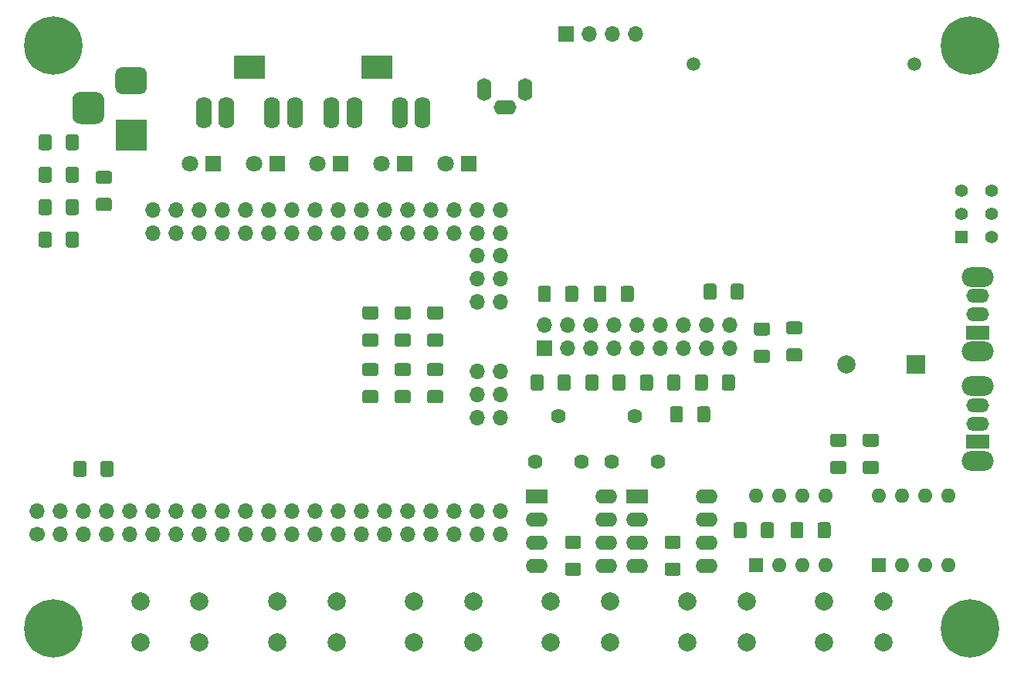
<source format=gbs>
G04 #@! TF.GenerationSoftware,KiCad,Pcbnew,(5.1.6)-1*
G04 #@! TF.CreationDate,2021-01-09T08:19:16+02:00*
G04 #@! TF.ProjectId,MegaDuino_PM_1_3_Buzz,4d656761-4475-4696-9e6f-5f504d5f315f,rev?*
G04 #@! TF.SameCoordinates,Original*
G04 #@! TF.FileFunction,Soldermask,Bot*
G04 #@! TF.FilePolarity,Negative*
%FSLAX46Y46*%
G04 Gerber Fmt 4.6, Leading zero omitted, Abs format (unit mm)*
G04 Created by KiCad (PCBNEW (5.1.6)-1) date 2021-01-09 08:19:16*
%MOMM*%
%LPD*%
G01*
G04 APERTURE LIST*
%ADD10O,3.500000X2.200000*%
%ADD11O,2.500000X1.500000*%
%ADD12R,2.500000X1.500000*%
%ADD13O,1.700000X1.700000*%
%ADD14C,1.700000*%
%ADD15C,1.800000*%
%ADD16R,1.800000X1.800000*%
%ADD17C,2.000000*%
%ADD18C,1.400000*%
%ADD19R,1.400000X1.400000*%
%ADD20O,1.600000X2.500000*%
%ADD21O,2.500000X1.600000*%
%ADD22R,1.700000X1.700000*%
%ADD23R,3.500000X2.500000*%
%ADD24O,1.750000X3.500000*%
%ADD25O,1.600000X1.600000*%
%ADD26R,1.600000X1.600000*%
%ADD27C,1.500000*%
%ADD28O,2.400000X1.600000*%
%ADD29R,2.400000X1.600000*%
%ADD30C,1.620000*%
%ADD31R,2.000000X2.000000*%
%ADD32C,0.800000*%
%ADD33C,6.400000*%
%ADD34R,3.500000X3.500000*%
G04 APERTURE END LIST*
D10*
X223800000Y-135400000D03*
X223800000Y-143600000D03*
D11*
X223800000Y-137500000D03*
X223800000Y-139500000D03*
D12*
X223800000Y-141500000D03*
D10*
X223800000Y-147400000D03*
X223800000Y-155600000D03*
D11*
X223800000Y-149500000D03*
X223800000Y-151500000D03*
D12*
X223800000Y-153500000D03*
G36*
G01*
X200038000Y-163820000D02*
X200038000Y-162570000D01*
G75*
G02*
X200288000Y-162320000I250000J0D01*
G01*
X201213000Y-162320000D01*
G75*
G02*
X201463000Y-162570000I0J-250000D01*
G01*
X201463000Y-163820000D01*
G75*
G02*
X201213000Y-164070000I-250000J0D01*
G01*
X200288000Y-164070000D01*
G75*
G02*
X200038000Y-163820000I0J250000D01*
G01*
G37*
G36*
G01*
X197063000Y-163820000D02*
X197063000Y-162570000D01*
G75*
G02*
X197313000Y-162320000I250000J0D01*
G01*
X198238000Y-162320000D01*
G75*
G02*
X198488000Y-162570000I0J-250000D01*
G01*
X198488000Y-163820000D01*
G75*
G02*
X198238000Y-164070000I-250000J0D01*
G01*
X197313000Y-164070000D01*
G75*
G02*
X197063000Y-163820000I0J250000D01*
G01*
G37*
G36*
G01*
X203083000Y-143269000D02*
X204333000Y-143269000D01*
G75*
G02*
X204583000Y-143519000I0J-250000D01*
G01*
X204583000Y-144444000D01*
G75*
G02*
X204333000Y-144694000I-250000J0D01*
G01*
X203083000Y-144694000D01*
G75*
G02*
X202833000Y-144444000I0J250000D01*
G01*
X202833000Y-143519000D01*
G75*
G02*
X203083000Y-143269000I250000J0D01*
G01*
G37*
G36*
G01*
X203083000Y-140294000D02*
X204333000Y-140294000D01*
G75*
G02*
X204583000Y-140544000I0J-250000D01*
G01*
X204583000Y-141469000D01*
G75*
G02*
X204333000Y-141719000I-250000J0D01*
G01*
X203083000Y-141719000D01*
G75*
G02*
X202833000Y-141469000I0J250000D01*
G01*
X202833000Y-140544000D01*
G75*
G02*
X203083000Y-140294000I250000J0D01*
G01*
G37*
G36*
G01*
X123838000Y-131943000D02*
X123838000Y-130693000D01*
G75*
G02*
X124088000Y-130443000I250000J0D01*
G01*
X125013000Y-130443000D01*
G75*
G02*
X125263000Y-130693000I0J-250000D01*
G01*
X125263000Y-131943000D01*
G75*
G02*
X125013000Y-132193000I-250000J0D01*
G01*
X124088000Y-132193000D01*
G75*
G02*
X123838000Y-131943000I0J250000D01*
G01*
G37*
G36*
G01*
X120863000Y-131943000D02*
X120863000Y-130693000D01*
G75*
G02*
X121113000Y-130443000I250000J0D01*
G01*
X122038000Y-130443000D01*
G75*
G02*
X122288000Y-130693000I0J-250000D01*
G01*
X122288000Y-131943000D01*
G75*
G02*
X122038000Y-132193000I-250000J0D01*
G01*
X121113000Y-132193000D01*
G75*
G02*
X120863000Y-131943000I0J250000D01*
G01*
G37*
G36*
G01*
X128641000Y-125209000D02*
X127391000Y-125209000D01*
G75*
G02*
X127141000Y-124959000I0J250000D01*
G01*
X127141000Y-124034000D01*
G75*
G02*
X127391000Y-123784000I250000J0D01*
G01*
X128641000Y-123784000D01*
G75*
G02*
X128891000Y-124034000I0J-250000D01*
G01*
X128891000Y-124959000D01*
G75*
G02*
X128641000Y-125209000I-250000J0D01*
G01*
G37*
G36*
G01*
X128641000Y-128184000D02*
X127391000Y-128184000D01*
G75*
G02*
X127141000Y-127934000I0J250000D01*
G01*
X127141000Y-127009000D01*
G75*
G02*
X127391000Y-126759000I250000J0D01*
G01*
X128641000Y-126759000D01*
G75*
G02*
X128891000Y-127009000I0J-250000D01*
G01*
X128891000Y-127934000D01*
G75*
G02*
X128641000Y-128184000I-250000J0D01*
G01*
G37*
G36*
G01*
X123838000Y-128387000D02*
X123838000Y-127137000D01*
G75*
G02*
X124088000Y-126887000I250000J0D01*
G01*
X125013000Y-126887000D01*
G75*
G02*
X125263000Y-127137000I0J-250000D01*
G01*
X125263000Y-128387000D01*
G75*
G02*
X125013000Y-128637000I-250000J0D01*
G01*
X124088000Y-128637000D01*
G75*
G02*
X123838000Y-128387000I0J250000D01*
G01*
G37*
G36*
G01*
X120863000Y-128387000D02*
X120863000Y-127137000D01*
G75*
G02*
X121113000Y-126887000I250000J0D01*
G01*
X122038000Y-126887000D01*
G75*
G02*
X122288000Y-127137000I0J-250000D01*
G01*
X122288000Y-128387000D01*
G75*
G02*
X122038000Y-128637000I-250000J0D01*
G01*
X121113000Y-128637000D01*
G75*
G02*
X120863000Y-128387000I0J250000D01*
G01*
G37*
G36*
G01*
X207909000Y-155588000D02*
X209159000Y-155588000D01*
G75*
G02*
X209409000Y-155838000I0J-250000D01*
G01*
X209409000Y-156763000D01*
G75*
G02*
X209159000Y-157013000I-250000J0D01*
G01*
X207909000Y-157013000D01*
G75*
G02*
X207659000Y-156763000I0J250000D01*
G01*
X207659000Y-155838000D01*
G75*
G02*
X207909000Y-155588000I250000J0D01*
G01*
G37*
G36*
G01*
X207909000Y-152613000D02*
X209159000Y-152613000D01*
G75*
G02*
X209409000Y-152863000I0J-250000D01*
G01*
X209409000Y-153788000D01*
G75*
G02*
X209159000Y-154038000I-250000J0D01*
G01*
X207909000Y-154038000D01*
G75*
G02*
X207659000Y-153788000I0J250000D01*
G01*
X207659000Y-152863000D01*
G75*
G02*
X207909000Y-152613000I250000J0D01*
G01*
G37*
G36*
G01*
X195775000Y-147625000D02*
X195775000Y-146375000D01*
G75*
G02*
X196025000Y-146125000I250000J0D01*
G01*
X196950000Y-146125000D01*
G75*
G02*
X197200000Y-146375000I0J-250000D01*
G01*
X197200000Y-147625000D01*
G75*
G02*
X196950000Y-147875000I-250000J0D01*
G01*
X196025000Y-147875000D01*
G75*
G02*
X195775000Y-147625000I0J250000D01*
G01*
G37*
G36*
G01*
X192800000Y-147625000D02*
X192800000Y-146375000D01*
G75*
G02*
X193050000Y-146125000I250000J0D01*
G01*
X193975000Y-146125000D01*
G75*
G02*
X194225000Y-146375000I0J-250000D01*
G01*
X194225000Y-147625000D01*
G75*
G02*
X193975000Y-147875000I-250000J0D01*
G01*
X193050000Y-147875000D01*
G75*
G02*
X192800000Y-147625000I0J250000D01*
G01*
G37*
G36*
G01*
X199527000Y-143396000D02*
X200777000Y-143396000D01*
G75*
G02*
X201027000Y-143646000I0J-250000D01*
G01*
X201027000Y-144571000D01*
G75*
G02*
X200777000Y-144821000I-250000J0D01*
G01*
X199527000Y-144821000D01*
G75*
G02*
X199277000Y-144571000I0J250000D01*
G01*
X199277000Y-143646000D01*
G75*
G02*
X199527000Y-143396000I250000J0D01*
G01*
G37*
G36*
G01*
X199527000Y-140421000D02*
X200777000Y-140421000D01*
G75*
G02*
X201027000Y-140671000I0J-250000D01*
G01*
X201027000Y-141596000D01*
G75*
G02*
X200777000Y-141846000I-250000J0D01*
G01*
X199527000Y-141846000D01*
G75*
G02*
X199277000Y-141596000I0J250000D01*
G01*
X199277000Y-140671000D01*
G75*
G02*
X199527000Y-140421000I250000J0D01*
G01*
G37*
G36*
G01*
X182225000Y-146375000D02*
X182225000Y-147625000D01*
G75*
G02*
X181975000Y-147875000I-250000J0D01*
G01*
X181050000Y-147875000D01*
G75*
G02*
X180800000Y-147625000I0J250000D01*
G01*
X180800000Y-146375000D01*
G75*
G02*
X181050000Y-146125000I250000J0D01*
G01*
X181975000Y-146125000D01*
G75*
G02*
X182225000Y-146375000I0J-250000D01*
G01*
G37*
G36*
G01*
X185200000Y-146375000D02*
X185200000Y-147625000D01*
G75*
G02*
X184950000Y-147875000I-250000J0D01*
G01*
X184025000Y-147875000D01*
G75*
G02*
X183775000Y-147625000I0J250000D01*
G01*
X183775000Y-146375000D01*
G75*
G02*
X184025000Y-146125000I250000J0D01*
G01*
X184950000Y-146125000D01*
G75*
G02*
X185200000Y-146375000I0J-250000D01*
G01*
G37*
G36*
G01*
X183121000Y-136662000D02*
X183121000Y-137912000D01*
G75*
G02*
X182871000Y-138162000I-250000J0D01*
G01*
X181946000Y-138162000D01*
G75*
G02*
X181696000Y-137912000I0J250000D01*
G01*
X181696000Y-136662000D01*
G75*
G02*
X181946000Y-136412000I250000J0D01*
G01*
X182871000Y-136412000D01*
G75*
G02*
X183121000Y-136662000I0J-250000D01*
G01*
G37*
G36*
G01*
X186096000Y-136662000D02*
X186096000Y-137912000D01*
G75*
G02*
X185846000Y-138162000I-250000J0D01*
G01*
X184921000Y-138162000D01*
G75*
G02*
X184671000Y-137912000I0J250000D01*
G01*
X184671000Y-136662000D01*
G75*
G02*
X184921000Y-136412000I250000J0D01*
G01*
X185846000Y-136412000D01*
G75*
G02*
X186096000Y-136662000I0J-250000D01*
G01*
G37*
G36*
G01*
X123838000Y-124831000D02*
X123838000Y-123581000D01*
G75*
G02*
X124088000Y-123331000I250000J0D01*
G01*
X125013000Y-123331000D01*
G75*
G02*
X125263000Y-123581000I0J-250000D01*
G01*
X125263000Y-124831000D01*
G75*
G02*
X125013000Y-125081000I-250000J0D01*
G01*
X124088000Y-125081000D01*
G75*
G02*
X123838000Y-124831000I0J250000D01*
G01*
G37*
G36*
G01*
X120863000Y-124831000D02*
X120863000Y-123581000D01*
G75*
G02*
X121113000Y-123331000I250000J0D01*
G01*
X122038000Y-123331000D01*
G75*
G02*
X122288000Y-123581000I0J-250000D01*
G01*
X122288000Y-124831000D01*
G75*
G02*
X122038000Y-125081000I-250000J0D01*
G01*
X121113000Y-125081000D01*
G75*
G02*
X120863000Y-124831000I0J250000D01*
G01*
G37*
G36*
G01*
X123838000Y-121275000D02*
X123838000Y-120025000D01*
G75*
G02*
X124088000Y-119775000I250000J0D01*
G01*
X125013000Y-119775000D01*
G75*
G02*
X125263000Y-120025000I0J-250000D01*
G01*
X125263000Y-121275000D01*
G75*
G02*
X125013000Y-121525000I-250000J0D01*
G01*
X124088000Y-121525000D01*
G75*
G02*
X123838000Y-121275000I0J250000D01*
G01*
G37*
G36*
G01*
X120863000Y-121275000D02*
X120863000Y-120025000D01*
G75*
G02*
X121113000Y-119775000I250000J0D01*
G01*
X122038000Y-119775000D01*
G75*
G02*
X122288000Y-120025000I0J-250000D01*
G01*
X122288000Y-121275000D01*
G75*
G02*
X122038000Y-121525000I-250000J0D01*
G01*
X121113000Y-121525000D01*
G75*
G02*
X120863000Y-121275000I0J250000D01*
G01*
G37*
G36*
G01*
X163713000Y-147841000D02*
X164963000Y-147841000D01*
G75*
G02*
X165213000Y-148091000I0J-250000D01*
G01*
X165213000Y-149016000D01*
G75*
G02*
X164963000Y-149266000I-250000J0D01*
G01*
X163713000Y-149266000D01*
G75*
G02*
X163463000Y-149016000I0J250000D01*
G01*
X163463000Y-148091000D01*
G75*
G02*
X163713000Y-147841000I250000J0D01*
G01*
G37*
G36*
G01*
X163713000Y-144866000D02*
X164963000Y-144866000D01*
G75*
G02*
X165213000Y-145116000I0J-250000D01*
G01*
X165213000Y-146041000D01*
G75*
G02*
X164963000Y-146291000I-250000J0D01*
G01*
X163713000Y-146291000D01*
G75*
G02*
X163463000Y-146041000I0J250000D01*
G01*
X163463000Y-145116000D01*
G75*
G02*
X163713000Y-144866000I250000J0D01*
G01*
G37*
G36*
G01*
X164963000Y-140068000D02*
X163713000Y-140068000D01*
G75*
G02*
X163463000Y-139818000I0J250000D01*
G01*
X163463000Y-138893000D01*
G75*
G02*
X163713000Y-138643000I250000J0D01*
G01*
X164963000Y-138643000D01*
G75*
G02*
X165213000Y-138893000I0J-250000D01*
G01*
X165213000Y-139818000D01*
G75*
G02*
X164963000Y-140068000I-250000J0D01*
G01*
G37*
G36*
G01*
X164963000Y-143043000D02*
X163713000Y-143043000D01*
G75*
G02*
X163463000Y-142793000I0J250000D01*
G01*
X163463000Y-141868000D01*
G75*
G02*
X163713000Y-141618000I250000J0D01*
G01*
X164963000Y-141618000D01*
G75*
G02*
X165213000Y-141868000I0J-250000D01*
G01*
X165213000Y-142793000D01*
G75*
G02*
X164963000Y-143043000I-250000J0D01*
G01*
G37*
G36*
G01*
X160157000Y-147841000D02*
X161407000Y-147841000D01*
G75*
G02*
X161657000Y-148091000I0J-250000D01*
G01*
X161657000Y-149016000D01*
G75*
G02*
X161407000Y-149266000I-250000J0D01*
G01*
X160157000Y-149266000D01*
G75*
G02*
X159907000Y-149016000I0J250000D01*
G01*
X159907000Y-148091000D01*
G75*
G02*
X160157000Y-147841000I250000J0D01*
G01*
G37*
G36*
G01*
X160157000Y-144866000D02*
X161407000Y-144866000D01*
G75*
G02*
X161657000Y-145116000I0J-250000D01*
G01*
X161657000Y-146041000D01*
G75*
G02*
X161407000Y-146291000I-250000J0D01*
G01*
X160157000Y-146291000D01*
G75*
G02*
X159907000Y-146041000I0J250000D01*
G01*
X159907000Y-145116000D01*
G75*
G02*
X160157000Y-144866000I250000J0D01*
G01*
G37*
G36*
G01*
X161407000Y-140068000D02*
X160157000Y-140068000D01*
G75*
G02*
X159907000Y-139818000I0J250000D01*
G01*
X159907000Y-138893000D01*
G75*
G02*
X160157000Y-138643000I250000J0D01*
G01*
X161407000Y-138643000D01*
G75*
G02*
X161657000Y-138893000I0J-250000D01*
G01*
X161657000Y-139818000D01*
G75*
G02*
X161407000Y-140068000I-250000J0D01*
G01*
G37*
G36*
G01*
X161407000Y-143043000D02*
X160157000Y-143043000D01*
G75*
G02*
X159907000Y-142793000I0J250000D01*
G01*
X159907000Y-141868000D01*
G75*
G02*
X160157000Y-141618000I250000J0D01*
G01*
X161407000Y-141618000D01*
G75*
G02*
X161657000Y-141868000I0J-250000D01*
G01*
X161657000Y-142793000D01*
G75*
G02*
X161407000Y-143043000I-250000J0D01*
G01*
G37*
G36*
G01*
X156601000Y-147841000D02*
X157851000Y-147841000D01*
G75*
G02*
X158101000Y-148091000I0J-250000D01*
G01*
X158101000Y-149016000D01*
G75*
G02*
X157851000Y-149266000I-250000J0D01*
G01*
X156601000Y-149266000D01*
G75*
G02*
X156351000Y-149016000I0J250000D01*
G01*
X156351000Y-148091000D01*
G75*
G02*
X156601000Y-147841000I250000J0D01*
G01*
G37*
G36*
G01*
X156601000Y-144866000D02*
X157851000Y-144866000D01*
G75*
G02*
X158101000Y-145116000I0J-250000D01*
G01*
X158101000Y-146041000D01*
G75*
G02*
X157851000Y-146291000I-250000J0D01*
G01*
X156601000Y-146291000D01*
G75*
G02*
X156351000Y-146041000I0J250000D01*
G01*
X156351000Y-145116000D01*
G75*
G02*
X156601000Y-144866000I250000J0D01*
G01*
G37*
G36*
G01*
X157851000Y-140068000D02*
X156601000Y-140068000D01*
G75*
G02*
X156351000Y-139818000I0J250000D01*
G01*
X156351000Y-138893000D01*
G75*
G02*
X156601000Y-138643000I250000J0D01*
G01*
X157851000Y-138643000D01*
G75*
G02*
X158101000Y-138893000I0J-250000D01*
G01*
X158101000Y-139818000D01*
G75*
G02*
X157851000Y-140068000I-250000J0D01*
G01*
G37*
G36*
G01*
X157851000Y-143043000D02*
X156601000Y-143043000D01*
G75*
G02*
X156351000Y-142793000I0J250000D01*
G01*
X156351000Y-141868000D01*
G75*
G02*
X156601000Y-141618000I250000J0D01*
G01*
X157851000Y-141618000D01*
G75*
G02*
X158101000Y-141868000I0J-250000D01*
G01*
X158101000Y-142793000D01*
G75*
G02*
X157851000Y-143043000I-250000J0D01*
G01*
G37*
G36*
G01*
X177025000Y-136662000D02*
X177025000Y-137912000D01*
G75*
G02*
X176775000Y-138162000I-250000J0D01*
G01*
X175850000Y-138162000D01*
G75*
G02*
X175600000Y-137912000I0J250000D01*
G01*
X175600000Y-136662000D01*
G75*
G02*
X175850000Y-136412000I250000J0D01*
G01*
X176775000Y-136412000D01*
G75*
G02*
X177025000Y-136662000I0J-250000D01*
G01*
G37*
G36*
G01*
X180000000Y-136662000D02*
X180000000Y-137912000D01*
G75*
G02*
X179750000Y-138162000I-250000J0D01*
G01*
X178825000Y-138162000D01*
G75*
G02*
X178575000Y-137912000I0J250000D01*
G01*
X178575000Y-136662000D01*
G75*
G02*
X178825000Y-136412000I250000J0D01*
G01*
X179750000Y-136412000D01*
G75*
G02*
X180000000Y-136662000I0J-250000D01*
G01*
G37*
G36*
G01*
X212715000Y-154038000D02*
X211465000Y-154038000D01*
G75*
G02*
X211215000Y-153788000I0J250000D01*
G01*
X211215000Y-152863000D01*
G75*
G02*
X211465000Y-152613000I250000J0D01*
G01*
X212715000Y-152613000D01*
G75*
G02*
X212965000Y-152863000I0J-250000D01*
G01*
X212965000Y-153788000D01*
G75*
G02*
X212715000Y-154038000I-250000J0D01*
G01*
G37*
G36*
G01*
X212715000Y-157013000D02*
X211465000Y-157013000D01*
G75*
G02*
X211215000Y-156763000I0J250000D01*
G01*
X211215000Y-155838000D01*
G75*
G02*
X211465000Y-155588000I250000J0D01*
G01*
X212715000Y-155588000D01*
G75*
G02*
X212965000Y-155838000I0J-250000D01*
G01*
X212965000Y-156763000D01*
G75*
G02*
X212715000Y-157013000I-250000J0D01*
G01*
G37*
G36*
G01*
X196736000Y-137658000D02*
X196736000Y-136408000D01*
G75*
G02*
X196986000Y-136158000I250000J0D01*
G01*
X197911000Y-136158000D01*
G75*
G02*
X198161000Y-136408000I0J-250000D01*
G01*
X198161000Y-137658000D01*
G75*
G02*
X197911000Y-137908000I-250000J0D01*
G01*
X196986000Y-137908000D01*
G75*
G02*
X196736000Y-137658000I0J250000D01*
G01*
G37*
G36*
G01*
X193761000Y-137658000D02*
X193761000Y-136408000D01*
G75*
G02*
X194011000Y-136158000I250000J0D01*
G01*
X194936000Y-136158000D01*
G75*
G02*
X195186000Y-136408000I0J-250000D01*
G01*
X195186000Y-137658000D01*
G75*
G02*
X194936000Y-137908000I-250000J0D01*
G01*
X194011000Y-137908000D01*
G75*
G02*
X193761000Y-137658000I0J250000D01*
G01*
G37*
G36*
G01*
X193053000Y-151120000D02*
X193053000Y-149870000D01*
G75*
G02*
X193303000Y-149620000I250000J0D01*
G01*
X194228000Y-149620000D01*
G75*
G02*
X194478000Y-149870000I0J-250000D01*
G01*
X194478000Y-151120000D01*
G75*
G02*
X194228000Y-151370000I-250000J0D01*
G01*
X193303000Y-151370000D01*
G75*
G02*
X193053000Y-151120000I0J250000D01*
G01*
G37*
G36*
G01*
X190078000Y-151120000D02*
X190078000Y-149870000D01*
G75*
G02*
X190328000Y-149620000I250000J0D01*
G01*
X191253000Y-149620000D01*
G75*
G02*
X191503000Y-149870000I0J-250000D01*
G01*
X191503000Y-151120000D01*
G75*
G02*
X191253000Y-151370000I-250000J0D01*
G01*
X190328000Y-151370000D01*
G75*
G02*
X190078000Y-151120000I0J250000D01*
G01*
G37*
G36*
G01*
X180076000Y-165214000D02*
X178826000Y-165214000D01*
G75*
G02*
X178576000Y-164964000I0J250000D01*
G01*
X178576000Y-164039000D01*
G75*
G02*
X178826000Y-163789000I250000J0D01*
G01*
X180076000Y-163789000D01*
G75*
G02*
X180326000Y-164039000I0J-250000D01*
G01*
X180326000Y-164964000D01*
G75*
G02*
X180076000Y-165214000I-250000J0D01*
G01*
G37*
G36*
G01*
X180076000Y-168189000D02*
X178826000Y-168189000D01*
G75*
G02*
X178576000Y-167939000I0J250000D01*
G01*
X178576000Y-167014000D01*
G75*
G02*
X178826000Y-166764000I250000J0D01*
G01*
X180076000Y-166764000D01*
G75*
G02*
X180326000Y-167014000I0J-250000D01*
G01*
X180326000Y-167939000D01*
G75*
G02*
X180076000Y-168189000I-250000J0D01*
G01*
G37*
G36*
G01*
X206261000Y-163820000D02*
X206261000Y-162570000D01*
G75*
G02*
X206511000Y-162320000I250000J0D01*
G01*
X207436000Y-162320000D01*
G75*
G02*
X207686000Y-162570000I0J-250000D01*
G01*
X207686000Y-163820000D01*
G75*
G02*
X207436000Y-164070000I-250000J0D01*
G01*
X206511000Y-164070000D01*
G75*
G02*
X206261000Y-163820000I0J250000D01*
G01*
G37*
G36*
G01*
X203286000Y-163820000D02*
X203286000Y-162570000D01*
G75*
G02*
X203536000Y-162320000I250000J0D01*
G01*
X204461000Y-162320000D01*
G75*
G02*
X204711000Y-162570000I0J-250000D01*
G01*
X204711000Y-163820000D01*
G75*
G02*
X204461000Y-164070000I-250000J0D01*
G01*
X203536000Y-164070000D01*
G75*
G02*
X203286000Y-163820000I0J250000D01*
G01*
G37*
G36*
G01*
X189775000Y-147625000D02*
X189775000Y-146375000D01*
G75*
G02*
X190025000Y-146125000I250000J0D01*
G01*
X190950000Y-146125000D01*
G75*
G02*
X191200000Y-146375000I0J-250000D01*
G01*
X191200000Y-147625000D01*
G75*
G02*
X190950000Y-147875000I-250000J0D01*
G01*
X190025000Y-147875000D01*
G75*
G02*
X189775000Y-147625000I0J250000D01*
G01*
G37*
G36*
G01*
X186800000Y-147625000D02*
X186800000Y-146375000D01*
G75*
G02*
X187050000Y-146125000I250000J0D01*
G01*
X187975000Y-146125000D01*
G75*
G02*
X188225000Y-146375000I0J-250000D01*
G01*
X188225000Y-147625000D01*
G75*
G02*
X187975000Y-147875000I-250000J0D01*
G01*
X187050000Y-147875000D01*
G75*
G02*
X186800000Y-147625000I0J250000D01*
G01*
G37*
G36*
G01*
X176225000Y-146375000D02*
X176225000Y-147625000D01*
G75*
G02*
X175975000Y-147875000I-250000J0D01*
G01*
X175050000Y-147875000D01*
G75*
G02*
X174800000Y-147625000I0J250000D01*
G01*
X174800000Y-146375000D01*
G75*
G02*
X175050000Y-146125000I250000J0D01*
G01*
X175975000Y-146125000D01*
G75*
G02*
X176225000Y-146375000I0J-250000D01*
G01*
G37*
G36*
G01*
X179200000Y-146375000D02*
X179200000Y-147625000D01*
G75*
G02*
X178950000Y-147875000I-250000J0D01*
G01*
X178025000Y-147875000D01*
G75*
G02*
X177775000Y-147625000I0J250000D01*
G01*
X177775000Y-146375000D01*
G75*
G02*
X178025000Y-146125000I250000J0D01*
G01*
X178950000Y-146125000D01*
G75*
G02*
X179200000Y-146375000I0J-250000D01*
G01*
G37*
G36*
G01*
X189748000Y-166764000D02*
X190998000Y-166764000D01*
G75*
G02*
X191248000Y-167014000I0J-250000D01*
G01*
X191248000Y-167939000D01*
G75*
G02*
X190998000Y-168189000I-250000J0D01*
G01*
X189748000Y-168189000D01*
G75*
G02*
X189498000Y-167939000I0J250000D01*
G01*
X189498000Y-167014000D01*
G75*
G02*
X189748000Y-166764000I250000J0D01*
G01*
G37*
G36*
G01*
X189748000Y-163789000D02*
X190998000Y-163789000D01*
G75*
G02*
X191248000Y-164039000I0J-250000D01*
G01*
X191248000Y-164964000D01*
G75*
G02*
X190998000Y-165214000I-250000J0D01*
G01*
X189748000Y-165214000D01*
G75*
G02*
X189498000Y-164964000I0J250000D01*
G01*
X189498000Y-164039000D01*
G75*
G02*
X189748000Y-163789000I250000J0D01*
G01*
G37*
G36*
G01*
X127648000Y-157089000D02*
X127648000Y-155839000D01*
G75*
G02*
X127898000Y-155589000I250000J0D01*
G01*
X128823000Y-155589000D01*
G75*
G02*
X129073000Y-155839000I0J-250000D01*
G01*
X129073000Y-157089000D01*
G75*
G02*
X128823000Y-157339000I-250000J0D01*
G01*
X127898000Y-157339000D01*
G75*
G02*
X127648000Y-157089000I0J250000D01*
G01*
G37*
G36*
G01*
X124673000Y-157089000D02*
X124673000Y-155839000D01*
G75*
G02*
X124923000Y-155589000I250000J0D01*
G01*
X125848000Y-155589000D01*
G75*
G02*
X126098000Y-155839000I0J-250000D01*
G01*
X126098000Y-157089000D01*
G75*
G02*
X125848000Y-157339000I-250000J0D01*
G01*
X124923000Y-157339000D01*
G75*
G02*
X124673000Y-157089000I0J250000D01*
G01*
G37*
D13*
X171475000Y-138155000D03*
X171475000Y-135615000D03*
X171475000Y-133075000D03*
X168935000Y-133075000D03*
X168935000Y-138155000D03*
X168935000Y-135615000D03*
X171500000Y-150880000D03*
X171500000Y-148340000D03*
X171500000Y-145800000D03*
X168960000Y-145800000D03*
X168960000Y-150880000D03*
X168960000Y-148340000D03*
X135940000Y-128045000D03*
X135940000Y-130585000D03*
X138480000Y-130585000D03*
X141020000Y-128045000D03*
X141020000Y-130585000D03*
X143560000Y-128045000D03*
X138480000Y-128045000D03*
X143560000Y-130585000D03*
X133400000Y-130585000D03*
X133400000Y-128045000D03*
X146100000Y-128045000D03*
X146100000Y-130585000D03*
X148640000Y-128045000D03*
X148640000Y-130585000D03*
X151180000Y-128045000D03*
X151180000Y-130585000D03*
X153720000Y-128045000D03*
X153720000Y-130585000D03*
X156260000Y-128045000D03*
X156260000Y-130585000D03*
X158800000Y-128045000D03*
X168960000Y-128045000D03*
X166420000Y-128045000D03*
X168960000Y-130585000D03*
X158800000Y-130585000D03*
X163880000Y-130585000D03*
X171500000Y-130585000D03*
X163880000Y-128045000D03*
X166420000Y-130585000D03*
X161340000Y-128045000D03*
X171500000Y-128045000D03*
X161340000Y-130585000D03*
X125780000Y-163600000D03*
X130860000Y-163600000D03*
X135940000Y-161060000D03*
X146100000Y-163600000D03*
X146100000Y-161060000D03*
X153720000Y-161060000D03*
X156260000Y-163600000D03*
X128320000Y-161060000D03*
X123240000Y-161060000D03*
X128320000Y-163600000D03*
X130860000Y-161060000D03*
X133400000Y-161060000D03*
X138480000Y-163600000D03*
X143560000Y-163600000D03*
X143560000Y-161060000D03*
X148640000Y-163600000D03*
D14*
X120700000Y-163600000D03*
D13*
X148640000Y-161060000D03*
X141020000Y-163600000D03*
X151180000Y-163600000D03*
X151180000Y-161060000D03*
X123240000Y-163600000D03*
X133400000Y-163600000D03*
X141020000Y-161060000D03*
X153720000Y-163600000D03*
X125780000Y-161060000D03*
X135940000Y-163600000D03*
X138480000Y-161060000D03*
X120700000Y-161060000D03*
X168960000Y-161060000D03*
X166420000Y-163600000D03*
X158800000Y-161060000D03*
X171500000Y-163600000D03*
X166420000Y-161060000D03*
X168960000Y-163600000D03*
X156260000Y-161060000D03*
X161340000Y-161060000D03*
X163880000Y-163600000D03*
X171500000Y-161060000D03*
X158800000Y-163600000D03*
X163880000Y-161060000D03*
X161340000Y-163600000D03*
D15*
X158460000Y-123000000D03*
D16*
X161000000Y-123000000D03*
D17*
X138500000Y-171000000D03*
X138500000Y-175500000D03*
X132000000Y-171000000D03*
X132000000Y-175500000D03*
D18*
X225300000Y-126000000D03*
X225300000Y-128500000D03*
X225300000Y-131000000D03*
X222000000Y-126000000D03*
X222000000Y-128500000D03*
D19*
X222000000Y-131000000D03*
D17*
X213500000Y-171000000D03*
X213500000Y-175500000D03*
X207000000Y-171000000D03*
X207000000Y-175500000D03*
X198500000Y-171000000D03*
X198500000Y-175500000D03*
X192000000Y-171000000D03*
X192000000Y-175500000D03*
X183500000Y-171000000D03*
X183500000Y-175500000D03*
X177000000Y-171000000D03*
X177000000Y-175500000D03*
X168500000Y-171000000D03*
X168500000Y-175500000D03*
X162000000Y-171000000D03*
X162000000Y-175500000D03*
X153500000Y-171000000D03*
X153500000Y-175500000D03*
X147000000Y-171000000D03*
X147000000Y-175500000D03*
D20*
X169712000Y-114830000D03*
X174212000Y-114830000D03*
D21*
X171962000Y-116830000D03*
D15*
X165460000Y-123000000D03*
D16*
X168000000Y-123000000D03*
D15*
X151460000Y-123000000D03*
D16*
X154000000Y-123000000D03*
D13*
X196596000Y-140716000D03*
X196596000Y-143256000D03*
X194056000Y-140716000D03*
X194056000Y-143256000D03*
X191516000Y-140716000D03*
X191516000Y-143256000D03*
X188976000Y-140716000D03*
X188976000Y-143256000D03*
X186436000Y-140716000D03*
X186436000Y-143256000D03*
X183896000Y-140716000D03*
X183896000Y-143256000D03*
X181356000Y-140716000D03*
X181356000Y-143256000D03*
X178816000Y-140716000D03*
X178816000Y-143256000D03*
X176276000Y-140716000D03*
D22*
X176276000Y-143256000D03*
D23*
X157950000Y-112398000D03*
D24*
X162950000Y-117404000D03*
X160450000Y-117404000D03*
X152950000Y-117404000D03*
X155450000Y-117404000D03*
D13*
X183756000Y-108756000D03*
D22*
X178676000Y-108756000D03*
D13*
X186296000Y-108756000D03*
X181216000Y-108756000D03*
D23*
X143950000Y-112398000D03*
D24*
X148950000Y-117404000D03*
X146450000Y-117404000D03*
X138950000Y-117404000D03*
X141450000Y-117404000D03*
D25*
X213000000Y-159380000D03*
X220620000Y-167000000D03*
X215540000Y-159380000D03*
X218080000Y-167000000D03*
X218080000Y-159380000D03*
X215540000Y-167000000D03*
X220620000Y-159380000D03*
D26*
X213000000Y-167000000D03*
D27*
X192674000Y-112058000D03*
X216874000Y-112058000D03*
D28*
X183120000Y-159500000D03*
X175500000Y-167120000D03*
X183120000Y-162040000D03*
X175500000Y-164580000D03*
X183120000Y-164580000D03*
X175500000Y-162040000D03*
X183120000Y-167120000D03*
D29*
X175500000Y-159500000D03*
D30*
X180340000Y-155702000D03*
X177840000Y-150702000D03*
X175340000Y-155702000D03*
D17*
X209400000Y-145000000D03*
D31*
X217000000Y-145000000D03*
D32*
X224697056Y-108302944D03*
X223000000Y-107600000D03*
X221302944Y-108302944D03*
X220600000Y-110000000D03*
X221302944Y-111697056D03*
X223000000Y-112400000D03*
X224697056Y-111697056D03*
X225400000Y-110000000D03*
D33*
X223000000Y-110000000D03*
D32*
X124197056Y-108302944D03*
X122500000Y-107600000D03*
X120802944Y-108302944D03*
X120100000Y-110000000D03*
X120802944Y-111697056D03*
X122500000Y-112400000D03*
X124197056Y-111697056D03*
X124900000Y-110000000D03*
D33*
X122500000Y-110000000D03*
D32*
X224697056Y-172302944D03*
X223000000Y-171600000D03*
X221302944Y-172302944D03*
X220600000Y-174000000D03*
X221302944Y-175697056D03*
X223000000Y-176400000D03*
X224697056Y-175697056D03*
X225400000Y-174000000D03*
D33*
X223000000Y-174000000D03*
D32*
X124197056Y-172302944D03*
X122500000Y-171600000D03*
X120802944Y-172302944D03*
X120100000Y-174000000D03*
X120802944Y-175697056D03*
X122500000Y-176400000D03*
X124197056Y-175697056D03*
X124900000Y-174000000D03*
D33*
X122500000Y-174000000D03*
D28*
X194120000Y-159500000D03*
X186500000Y-167120000D03*
X194120000Y-162040000D03*
X186500000Y-164580000D03*
X194120000Y-164580000D03*
X186500000Y-162040000D03*
X194120000Y-167120000D03*
D29*
X186500000Y-159500000D03*
D25*
X199500000Y-159380000D03*
X207120000Y-167000000D03*
X202040000Y-159380000D03*
X204580000Y-167000000D03*
X204580000Y-159380000D03*
X202040000Y-167000000D03*
X207120000Y-159380000D03*
D26*
X199500000Y-167000000D03*
D30*
X188722000Y-155702000D03*
X186222000Y-150702000D03*
X183722000Y-155702000D03*
G36*
G01*
X125425000Y-115138000D02*
X127175000Y-115138000D01*
G75*
G02*
X128050000Y-116013000I0J-875000D01*
G01*
X128050000Y-117763000D01*
G75*
G02*
X127175000Y-118638000I-875000J0D01*
G01*
X125425000Y-118638000D01*
G75*
G02*
X124550000Y-117763000I0J875000D01*
G01*
X124550000Y-116013000D01*
G75*
G02*
X125425000Y-115138000I875000J0D01*
G01*
G37*
G36*
G01*
X130000000Y-112388000D02*
X132000000Y-112388000D01*
G75*
G02*
X132750000Y-113138000I0J-750000D01*
G01*
X132750000Y-114638000D01*
G75*
G02*
X132000000Y-115388000I-750000J0D01*
G01*
X130000000Y-115388000D01*
G75*
G02*
X129250000Y-114638000I0J750000D01*
G01*
X129250000Y-113138000D01*
G75*
G02*
X130000000Y-112388000I750000J0D01*
G01*
G37*
D34*
X131000000Y-119888000D03*
D15*
X137460000Y-123000000D03*
D16*
X140000000Y-123000000D03*
D15*
X144460000Y-123000000D03*
D16*
X147000000Y-123000000D03*
M02*

</source>
